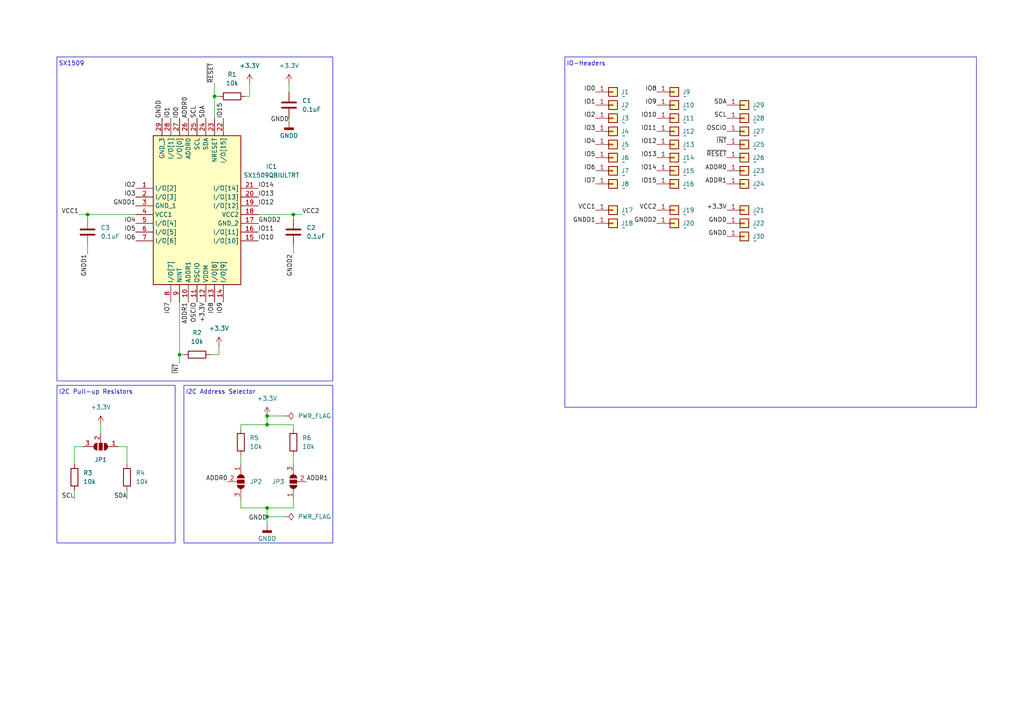
<source format=kicad_sch>
(kicad_sch (version 20231120) (generator "eeschema") (generator_version "8.0")
  (paper "A4")
  (lib_symbols
    (symbol "Connector_Generic:Conn_01x01" (pin_names (offset 1.016) hide)
      (property "Reference" "J" (at 0 2.54 0))
      (property "Value" "Conn_01x01" (at 0 -2.54 0))
      (symbol "Conn_01x01_1_1"
        (rectangle (start -1.27 0.127) (end 0 -0.127) (stroke (width 0.1524)))
        (rectangle (start -1.27 1.27) (end 1.27 -1.27) (stroke (width 0.254)) (fill (type background)))
        (pin passive line (at -5.08 0 0) (length 3.81) (name "Pin_1") (number "1"))
      )
    )
    (symbol "Device:C" (pin_numbers hide) (pin_names (offset 0.254))
      (property "Reference" "C" (at 0.635 2.54 0))
      (property "Value" "C" (at 0.635 -2.54 0))
      (symbol "C_0_1"
        (polyline (pts (xy -2.032 -0.762) (xy 2.032 -0.762)) (stroke (width 0.508)))
        (polyline (pts (xy -2.032 0.762) (xy 2.032 0.762)) (stroke (width 0.508)))
      )
      (symbol "C_1_1"
        (pin passive line (at 0 3.81 270) (length 2.794) (name "~") (number "1"))
        (pin passive line (at 0 -3.81 90) (length 2.794) (name "~") (number "2"))
      )
    )
    (symbol "Device:R" (pin_numbers hide) (pin_names (offset 0))
      (property "Reference" "R" (at 2.032 0 90))
      (property "Value" "R" (at 0 0 90))
      (symbol "R_0_1"
        (rectangle (start -1.016 -2.54) (end 1.016 2.54) (stroke (width 0.254)))
      )
      (symbol "R_1_1"
        (pin passive line (at 0 3.81 270) (length 1.27) (name "~") (number "1"))
        (pin passive line (at 0 -3.81 90) (length 1.27) (name "~") (number "2"))
      )
    )
    (symbol "Jumper:SolderJumper_3_Open" (pin_names (offset 0) hide) (exclude_from_sim yes) (in_bom no)
      (property "Reference" "JP" (at -2.54 -2.54 0))
      (property "Value" "SolderJumper_3_Open" (at 0 2.794 0))
      (symbol "SolderJumper_3_Open_0_1"
        (arc (start -1.016 1.016) (mid -2.0276 0) (end -1.016 -1.016))
        (arc (start -1.016 1.016) (mid -2.0276 0) (end -1.016 -1.016) (fill (type outline)))
        (rectangle (start -0.508 1.016) (end 0.508 -1.016) (fill (type outline)))
        (polyline (pts (xy -2.54 0) (xy -2.032 0)))
        (polyline (pts (xy -1.016 1.016) (xy -1.016 -1.016)))
        (polyline (pts (xy 0 -1.27) (xy 0 -1.016)))
        (polyline (pts (xy 1.016 1.016) (xy 1.016 -1.016)))
        (polyline (pts (xy 2.54 0) (xy 2.032 0)))
        (arc (start 1.016 -1.016) (mid 2.0276 0) (end 1.016 1.016))
        (arc (start 1.016 -1.016) (mid 2.0276 0) (end 1.016 1.016) (fill (type outline)))
      )
      (symbol "SolderJumper_3_Open_1_1"
        (pin passive line (at -5.08 0 0) (length 2.54) (name "A") (number "1"))
        (pin passive line (at 0 -3.81 90) (length 2.54) (name "C") (number "2"))
        (pin passive line (at 5.08 0 180) (length 2.54) (name "B") (number "3"))
      )
    )
    (symbol "SX1509QBIULTRT:SX1509QBIULTRT"
      (property "Reference" "IC" (at 31.75 20.32 0))
      (property "Value" "SX1509QBIULTRT" (at 31.75 17.78 0))
      (symbol "SX1509QBIULTRT_1_1"
        (rectangle (start 5.08 15.24) (end 30.48 -27.94) (stroke (width 0.254)) (fill (type background)))
        (pin passive line (at 0 0 0) (length 5.08) (name "I/O[2]") (number "1"))
        (pin passive line (at 15.24 -33.02 90) (length 5.08) (name "ADDR1") (number "10"))
        (pin passive line (at 17.78 -33.02 90) (length 5.08) (name "OSCIO") (number "11"))
        (pin passive line (at 20.32 -33.02 90) (length 5.08) (name "VDDM") (number "12"))
        (pin passive line (at 22.86 -33.02 90) (length 5.08) (name "I/O[8]") (number "13"))
        (pin passive line (at 25.4 -33.02 90) (length 5.08) (name "I/O[9]") (number "14"))
        (pin passive line (at 35.56 -15.24 180) (length 5.08) (name "I/O[10]") (number "15"))
        (pin passive line (at 35.56 -12.7 180) (length 5.08) (name "I/O[11]") (number "16"))
        (pin passive line (at 35.56 -10.16 180) (length 5.08) (name "GND_2") (number "17"))
        (pin passive line (at 35.56 -7.62 180) (length 5.08) (name "VCC2") (number "18"))
        (pin passive line (at 35.56 -5.08 180) (length 5.08) (name "I/O[12]") (number "19"))
        (pin passive line (at 0 -2.54 0) (length 5.08) (name "I/O[3]") (number "2"))
        (pin passive line (at 35.56 -2.54 180) (length 5.08) (name "I/O[13]") (number "20"))
        (pin passive line (at 35.56 0 180) (length 5.08) (name "I/O[14]") (number "21"))
        (pin passive line (at 25.4 20.32 270) (length 5.08) (name "I/O[15]") (number "22"))
        (pin passive line (at 22.86 20.32 270) (length 5.08) (name "NRESET") (number "23"))
        (pin passive line (at 20.32 20.32 270) (length 5.08) (name "SDA") (number "24"))
        (pin passive line (at 17.78 20.32 270) (length 5.08) (name "SCL") (number "25"))
        (pin passive line (at 15.24 20.32 270) (length 5.08) (name "ADDR0") (number "26"))
        (pin passive line (at 12.7 20.32 270) (length 5.08) (name "I/O[0]") (number "27"))
        (pin passive line (at 10.16 20.32 270) (length 5.08) (name "I/O[1]") (number "28"))
        (pin passive line (at 7.62 20.32 270) (length 5.08) (name "GND_3") (number "29"))
        (pin passive line (at 0 -5.08 0) (length 5.08) (name "GND_1") (number "3"))
        (pin passive line (at 0 -7.62 0) (length 5.08) (name "VCC1") (number "4"))
        (pin passive line (at 0 -10.16 0) (length 5.08) (name "I/O[4]") (number "5"))
        (pin passive line (at 0 -12.7 0) (length 5.08) (name "I/O[5]") (number "6"))
        (pin passive line (at 0 -15.24 0) (length 5.08) (name "I/O[6]") (number "7"))
        (pin passive line (at 10.16 -33.02 90) (length 5.08) (name "I/O[7]") (number "8"))
        (pin passive line (at 12.7 -33.02 90) (length 5.08) (name "NINT") (number "9"))
      )
    )
    (symbol "power:+3.3V" (power) (pin_numbers hide) (pin_names (offset 0) hide)
      (property "Value" "+3.3V" (at 0 3.556 0))
      (symbol "+3.3V_0_1"
        (polyline (pts (xy -0.762 1.27) (xy 0 2.54)))
        (polyline (pts (xy 0 0) (xy 0 2.54)))
        (polyline (pts (xy 0 2.54) (xy 0.762 1.27)))
      )
      (symbol "+3.3V_1_1"
        (pin power_in line (at 0 0 90) (length 0) (name "~") (number "1"))
      )
    )
    (symbol "power:GNDD" (power) (pin_numbers hide) (pin_names (offset 0) hide)
      (property "Value" "GNDD" (at 0 -3.175 0))
      (symbol "GNDD_0_1"
        (rectangle (start -1.27 -1.524) (end 1.27 -2.032) (stroke (width 0.254)) (fill (type outline)))
        (polyline (pts (xy 0 0) (xy 0 -1.524)))
      )
      (symbol "GNDD_1_1"
        (pin power_in line (at 0 0 270) (length 0) (name "~") (number "1"))
      )
    )
    (symbol "power:PWR_FLAG" (power) (pin_numbers hide) (pin_names (offset 0) hide)
      (property "Value" "PWR_FLAG" (at 0 3.81 0))
      (symbol "PWR_FLAG_0_0"
        (pin power_out line (at 0 0 90) (length 0) (name "~") (number "1"))
      )
      (symbol "PWR_FLAG_0_1"
        (polyline (pts (xy 0 0) (xy 0 1.27) (xy -1.016 1.905) (xy 0 2.54) (xy 1.016 1.905) (xy 0 1.27)))
      )
    )
  )
  (junction (at 25.4 62.23))
  (junction (at 52.07 102.87))
  (junction (at 77.47 147.32))
  (junction (at 85.09 62.23))
  (junction (at 77.47 120.65))
  (junction (at 77.47 123.19))
  (junction (at 77.47 149.86))
  (junction (at 62.23 27.94))
  (wire (pts (xy 87.63 62.23) (xy 85.09 62.23)))
  (wire (pts (xy 77.47 149.86) (xy 82.55 149.86)))
  (wire (pts (xy 77.47 120.65) (xy 77.47 123.19)))
  (wire (pts (xy 69.85 124.46) (xy 69.85 123.19)))
  (wire (pts (xy 52.07 105.41) (xy 52.07 102.87)))
  (wire (pts (xy 34.29 129.54) (xy 36.83 129.54)))
  (wire (pts (xy 85.09 71.12) (xy 85.09 73.66)))
  (wire (pts (xy 83.82 24.13) (xy 83.82 26.67)))
  (wire (pts (xy 85.09 62.23) (xy 85.09 63.5)))
  (wire (pts (xy 85.09 147.32) (xy 85.09 144.78)))
  (wire (pts (xy 71.12 27.94) (xy 72.39 27.94)))
  (wire (pts (xy 77.47 152.4) (xy 77.47 149.86)))
  (wire (pts (xy 85.09 124.46) (xy 85.09 123.19)))
  (wire (pts (xy 63.5 102.87) (xy 60.96 102.87)))
  (wire (pts (xy 77.47 120.65) (xy 82.55 120.65)))
  (wire (pts (xy 25.4 62.23) (xy 25.4 63.5)))
  (wire (pts (xy 21.59 129.54) (xy 24.13 129.54)))
  (wire (pts (xy 22.86 62.23) (xy 25.4 62.23)))
  (wire (pts (xy 21.59 142.24) (xy 21.59 144.78)))
  (wire (pts (xy 36.83 142.24) (xy 36.83 144.78)))
  (wire (pts (xy 85.09 132.08) (xy 85.09 134.62)))
  (wire (pts (xy 25.4 71.12) (xy 25.4 73.66)))
  (wire (pts (xy 69.85 123.19) (xy 77.47 123.19)))
  (wire (pts (xy 77.47 149.86) (xy 77.47 147.32)))
  (wire (pts (xy 77.47 123.19) (xy 85.09 123.19)))
  (wire (pts (xy 69.85 144.78) (xy 69.85 147.32)))
  (wire (pts (xy 62.23 27.94) (xy 62.23 34.29)))
  (wire (pts (xy 25.4 62.23) (xy 39.37 62.23)))
  (wire (pts (xy 52.07 102.87) (xy 53.34 102.87)))
  (wire (pts (xy 69.85 147.32) (xy 77.47 147.32)))
  (wire (pts (xy 77.47 147.32) (xy 85.09 147.32)))
  (wire (pts (xy 62.23 24.13) (xy 62.23 27.94)))
  (wire (pts (xy 83.82 34.29) (xy 83.82 35.56)))
  (wire (pts (xy 63.5 102.87) (xy 63.5 100.33)))
  (wire (pts (xy 62.23 27.94) (xy 63.5 27.94)))
  (wire (pts (xy 36.83 129.54) (xy 36.83 134.62)))
  (wire (pts (xy 29.21 123.19) (xy 29.21 125.73)))
  (wire (pts (xy 85.09 62.23) (xy 74.93 62.23)))
  (wire (pts (xy 52.07 102.87) (xy 52.07 87.63)))
  (wire (pts (xy 69.85 132.08) (xy 69.85 134.62)))
  (wire (pts (xy 21.59 134.62) (xy 21.59 129.54)))
  (wire (pts (xy 72.39 24.13) (xy 72.39 27.94)))
  (rectangle (start 163.83 16.51) (end 283.21 118.11))
  (rectangle (start 16.51 16.51) (end 96.52 110.49))
  (rectangle (start 16.51 111.76) (end 50.8 157.48))
  (rectangle (start 53.34 111.76) (end 96.52 157.48))
  (text "IO-Headers" (at 164.338 18.542 0) (effects (font (size 1.27 1.27)) (justify left)))
  (text "I2C Address Selector" (at 53.848 113.792 0) (effects (font (size 1.27 1.27)) (justify left)))
  (text "I2C Pull-up Resistors" (at 17.018 113.792 0) (effects (font (size 1.27 1.27)) (justify left)))
  (text "SX1509" (at 17.018 18.542 0) (effects (font (size 1.27 1.27)) (justify left)))
  (label "OSCIO" (at 210.82 38.1 180))
  (label "ADDR0" (at 66.04 139.7 180))
  (label "IO2" (at 172.72 34.29 180))
  (label "ADDR0" (at 54.61 34.29 90))
  (label "SDA" (at 59.69 34.29 90))
  (label "GNDD2" (at 85.09 73.66 270))
  (label "ADDR0" (at 210.82 49.53 180))
  (label "IO1" (at 172.72 30.48 180))
  (label "IO12" (at 74.93 59.69 0))
  (label "VCC2" (at 87.63 62.23 0))
  (label "IO9" (at 64.77 87.63 270))
  (label "IO0" (at 52.07 34.29 90))
  (label "IO2" (at 39.37 54.61 180))
  (label "IO10" (at 74.93 69.85 0))
  (label "VCC1" (at 172.72 60.96 180))
  (label "ADDR1" (at 54.61 87.63 270))
  (label "IO14" (at 190.5 49.53 180))
  (label "GNDD" (at 46.99 34.29 90))
  (label "~{INT}" (at 52.07 105.41 270))
  (label "+3.3V" (at 210.82 60.96 180))
  (label "GNDD1" (at 25.4 73.66 270))
  (label "IO6" (at 172.72 49.53 180))
  (label "OSCIO" (at 57.15 87.63 270))
  (label "IO1" (at 49.53 34.29 90))
  (label "IO3" (at 39.37 57.15 180))
  (label "IO4" (at 172.72 41.91 180))
  (label "ADDR1" (at 210.82 53.34 180))
  (label "IO10" (at 190.5 34.29 180))
  (label "IO8" (at 62.23 87.63 270))
  (label "GNDD" (at 210.82 64.77 180))
  (label "SCL" (at 210.82 34.29 180))
  (label "IO15" (at 190.5 53.34 180))
  (label "GNDD1" (at 39.37 59.69 180))
  (label "IO14" (at 74.93 54.61 0))
  (label "GNDD2" (at 190.5 64.77 180))
  (label "IO3" (at 172.72 38.1 180))
  (label "~{RESET}" (at 210.82 45.72 180))
  (label "IO8" (at 190.5 26.67 180))
  (label "GNDD2" (at 74.93 64.77 0))
  (label "IO11" (at 190.5 38.1 180))
  (label "IO5" (at 39.37 67.31 180))
  (label "IO12" (at 190.5 41.91 180))
  (label "SCL" (at 21.59 144.78 180))
  (label "SCL" (at 57.15 34.29 90))
  (label "IO5" (at 172.72 45.72 180))
  (label "SDA" (at 210.82 30.48 180))
  (label "+3.3V" (at 59.69 87.63 270))
  (label "GNDD" (at 83.82 35.56 180))
  (label "GNDD" (at 210.82 68.58 180))
  (label "IO6" (at 39.37 69.85 180))
  (label "~{INT}" (at 210.82 41.91 180))
  (label "IO7" (at 49.53 87.63 270))
  (label "IO4" (at 39.37 64.77 180))
  (label "IO0" (at 172.72 26.67 180))
  (label "GNDD" (at 77.47 151.13 180))
  (label "GNDD1" (at 172.72 64.77 180))
  (label "IO13" (at 190.5 45.72 180))
  (label "IO13" (at 74.93 57.15 0))
  (label "IO15" (at 64.77 34.29 90))
  (label "VCC1" (at 22.86 62.23 180))
  (label "IO7" (at 172.72 53.34 180))
  (label "IO11" (at 74.93 67.31 0))
  (label "VCC2" (at 190.5 60.96 180))
  (label "IO9" (at 190.5 30.48 180))
  (label "ADDR1" (at 88.9 139.7 0))
  (label "~{RESET}" (at 62.23 24.13 90))
  (label "SDA" (at 36.83 144.78 180))
  (symbol (lib_id "SX1509QBIULTRT:SX1509QBIULTRT") (at 39.37 54.61 0) (unit 1)
    (property "Reference" "IC1" (at 78.74 48.2914 0))
    (property "Value" "SX1509QBIULTRT" (at 78.74 50.8314 0))
    (property "Footprint" "library:QFN40P400X400X60-29N-D" (effects (hide yes)))
    (property "Datasheet" "https://media.digikey.com/pdf/Data%20Sheets/Semtech%20PDFs/SX1508_09QB.pdf" (effects (hide yes)))
    (property "Description" "Voltage Level Shifting GPIO with LED Driver 28-Pin QFN-UT EP T/R" (effects (hide yes)))
    (property "Height" "0.6" (effects (hide yes)))
    (property "Mouser Part Number" "947-SX1509QBIULTRT" (effects (hide yes)))
    (property "Mouser Price/Stock" "https://www.mouser.co.uk/ProductDetail/Semtech/SX1509QBIULTRT?qs=rBWM4%252BvDhIf3%2FilU3NIYqw%3D%3D" (effects (hide yes)))
    (property "Manufacturer_Name" "SEMTECH" (effects (hide yes)))
    (property "Manufacturer_Part_Number" "SX1509QBIULTRT" (effects (hide yes)))
  )
  (symbol (lib_id "Connector_Generic:Conn_01x01") (at 177.8 45.72 0) (unit 1)
    (property "Reference" "J6" (at 180.086 45.72 0) (effects (justify left)))
    (property "Value" "~" (at 180.34 46.9899 0) (effects (justify left)))
    (property "Footprint" "Castellated_Holes:Castellated_Hole02" (effects (hide yes)))
    (property "Description" "Generic connector, single row, 01x01, script generated (kicad-library-utils/schlib/autogen/connector/)" (effects (hide yes)))
  )
  (symbol (lib_id "Connector_Generic:Conn_01x01") (at 215.9 60.96 0) (unit 1)
    (property "Reference" "J21" (at 218.186 60.96 0) (effects (justify left)))
    (property "Value" "~" (at 218.44 62.2299 0) (effects (justify left)))
    (property "Footprint" "Castellated_Holes:Castellated_Hole02" (effects (hide yes)))
    (property "Description" "Generic connector, single row, 01x01, script generated (kicad-library-utils/schlib/autogen/connector/)" (effects (hide yes)))
  )
  (symbol (lib_id "Connector_Generic:Conn_01x01") (at 215.9 41.91 0) (unit 1)
    (property "Reference" "J25" (at 218.186 41.91 0) (effects (justify left)))
    (property "Value" "~" (at 218.44 43.1799 0) (effects (justify left)))
    (property "Footprint" "Castellated_Holes:Castellated_Hole02" (effects (hide yes)))
    (property "Description" "Generic connector, single row, 01x01, script generated (kicad-library-utils/schlib/autogen/connector/)" (effects (hide yes)))
  )
  (symbol (lib_id "Connector_Generic:Conn_01x01") (at 177.8 26.67 0) (unit 1)
    (property "Reference" "J1" (at 180.086 26.67 0) (effects (justify left)))
    (property "Value" "~" (at 180.34 27.9399 0) (effects (justify left)))
    (property "Footprint" "Castellated_Holes:Castellated_Hole02" (effects (hide yes)))
    (property "Description" "Generic connector, single row, 01x01, script generated (kicad-library-utils/schlib/autogen/connector/)" (effects (hide yes)))
  )
  (symbol (lib_id "Connector_Generic:Conn_01x01") (at 177.8 60.96 0) (unit 1)
    (property "Reference" "J17" (at 180.086 60.96 0) (effects (justify left)))
    (property "Value" "~" (at 180.34 62.2299 0) (effects (justify left)))
    (property "Footprint" "Castellated_Holes:Castellated_Hole02" (effects (hide yes)))
    (property "Description" "Generic connector, single row, 01x01, script generated (kicad-library-utils/schlib/autogen/connector/)" (effects (hide yes)))
  )
  (symbol (lib_id "power:GNDD") (at 77.47 152.4 0) (unit 1)
    (property "Reference" "#PWR07" (effects (hide yes)))
    (property "Value" "GNDD" (at 77.47 156.21 0))
    (property "Description" "Power symbol creates a global label with name \"GNDD\" , digital ground" (effects (hide yes)))
  )
  (symbol (lib_id "Device:R") (at 36.83 138.43 180) (unit 1)
    (property "Reference" "R4" (at 39.37 137.1599 0) (effects (justify right)))
    (property "Value" "10k" (at 39.37 139.6999 0) (effects (justify right)))
    (property "Footprint" "Resistor_SMD:R_0402_1005Metric_Pad0.72x0.64mm_HandSolder" (effects (hide yes)))
    (property "Description" "Resistor" (effects (hide yes)))
  )
  (symbol (lib_id "Connector_Generic:Conn_01x01") (at 195.58 49.53 0) (unit 1)
    (property "Reference" "J15" (at 197.866 49.53 0) (effects (justify left)))
    (property "Value" "~" (at 198.12 50.7999 0) (effects (justify left)))
    (property "Footprint" "Castellated_Holes:Castellated_Hole02" (effects (hide yes)))
    (property "Description" "Generic connector, single row, 01x01, script generated (kicad-library-utils/schlib/autogen/connector/)" (effects (hide yes)))
  )
  (symbol (lib_id "power:PWR_FLAG") (at 82.55 120.65 270) (unit 1)
    (property "Reference" "#FLG01" (effects (hide yes)))
    (property "Value" "PWR_FLAG" (at 86.36 120.6499 90) (effects (justify left)))
    (property "Description" "Special symbol for telling ERC where power comes from" (effects (hide yes)))
  )
  (symbol (lib_id "Connector_Generic:Conn_01x01") (at 215.9 34.29 0) (unit 1)
    (property "Reference" "J28" (at 218.186 34.29 0) (effects (justify left)))
    (property "Value" "~" (at 218.44 35.5599 0) (effects (justify left)))
    (property "Footprint" "Castellated_Holes:Castellated_Hole02" (effects (hide yes)))
    (property "Description" "Generic connector, single row, 01x01, script generated (kicad-library-utils/schlib/autogen/connector/)" (effects (hide yes)))
  )
  (symbol (lib_id "Connector_Generic:Conn_01x01") (at 177.8 49.53 0) (unit 1)
    (property "Reference" "J7" (at 180.086 49.53 0) (effects (justify left)))
    (property "Value" "~" (at 180.34 50.7999 0) (effects (justify left)))
    (property "Footprint" "Castellated_Holes:Castellated_Hole02" (effects (hide yes)))
    (property "Description" "Generic connector, single row, 01x01, script generated (kicad-library-utils/schlib/autogen/connector/)" (effects (hide yes)))
  )
  (symbol (lib_id "Jumper:SolderJumper_3_Open") (at 85.09 139.7 90) (unit 1) (exclude_from_sim yes) (in_bom no)
    (property "Reference" "JP3" (at 82.55 139.6999 90) (effects (justify left)))
    (property "Value" "SolderJumper_3_Open" (effects (hide yes)))
    (property "Footprint" "Jumper:SolderJumper-3_P1.3mm_Open_RoundedPad1.0x1.5mm " (effects (hide yes)))
    (property "Description" "Solder Jumper, 3-pole, open" (effects (hide yes)))
  )
  (symbol (lib_id "Connector_Generic:Conn_01x01") (at 177.8 30.48 0) (unit 1)
    (property "Reference" "J2" (at 180.086 30.48 0) (effects (justify left)))
    (property "Value" "~" (at 180.34 31.7499 0) (effects (justify left)))
    (property "Footprint" "Castellated_Holes:Castellated_Hole02" (effects (hide yes)))
    (property "Description" "Generic connector, single row, 01x01, script generated (kicad-library-utils/schlib/autogen/connector/)" (effects (hide yes)))
  )
  (symbol (lib_id "Connector_Generic:Conn_01x01") (at 177.8 53.34 0) (unit 1)
    (property "Reference" "J8" (at 180.086 53.34 0) (effects (justify left)))
    (property "Value" "~" (at 180.34 54.6099 0) (effects (justify left)))
    (property "Footprint" "Castellated_Holes:Castellated_Hole02" (effects (hide yes)))
    (property "Description" "Generic connector, single row, 01x01, script generated (kicad-library-utils/schlib/autogen/connector/)" (effects (hide yes)))
  )
  (symbol (lib_id "Jumper:SolderJumper_3_Open") (at 29.21 129.54 180) (unit 1) (exclude_from_sim yes) (in_bom no)
    (property "Reference" "JP1" (at 29.21 133.35 0))
    (property "Value" "SolderJumper_3_Open" (effects (hide yes)))
    (property "Footprint" "Jumper:SolderJumper-3_P1.3mm_Open_RoundedPad1.0x1.5mm " (effects (hide yes)))
    (property "Description" "Solder Jumper, 3-pole, open" (effects (hide yes)))
  )
  (symbol (lib_id "Device:R") (at 69.85 128.27 180) (unit 1)
    (property "Reference" "R5" (at 72.39 126.9999 0) (effects (justify right)))
    (property "Value" "10k" (at 72.39 129.5399 0) (effects (justify right)))
    (property "Footprint" "Resistor_SMD:R_0402_1005Metric_Pad0.72x0.64mm_HandSolder" (effects (hide yes)))
    (property "Description" "Resistor" (effects (hide yes)))
  )
  (symbol (lib_id "Connector_Generic:Conn_01x01") (at 215.9 38.1 0) (unit 1)
    (property "Reference" "J27" (at 218.186 38.1 0) (effects (justify left)))
    (property "Value" "~" (at 218.44 39.3699 0) (effects (justify left)))
    (property "Footprint" "Castellated_Holes:Castellated_Hole02" (effects (hide yes)))
    (property "Description" "Generic connector, single row, 01x01, script generated (kicad-library-utils/schlib/autogen/connector/)" (effects (hide yes)))
  )
  (symbol (lib_id "power:+3.3V") (at 29.21 123.19 0) (unit 1)
    (property "Reference" "#PWR05" (effects (hide yes)))
    (property "Value" "+3.3V" (at 29.21 118.11 0))
    (property "Description" "Power symbol creates a global label with name \"+3.3V\"" (effects (hide yes)))
  )
  (symbol (lib_id "Device:C") (at 83.82 30.48 0) (unit 1)
    (property "Reference" "C1" (at 87.63 29.2099 0) (effects (justify left)))
    (property "Value" "0.1uF" (at 87.63 31.7499 0) (effects (justify left)))
    (property "Footprint" "Capacitor_SMD:C_0402_1005Metric_Pad0.74x0.62mm_HandSolder" (effects (hide yes)))
    (property "Description" "Unpolarized capacitor" (effects (hide yes)))
  )
  (symbol (lib_id "Device:C") (at 25.4 67.31 0) (unit 1)
    (property "Reference" "C3" (at 29.21 66.0399 0) (effects (justify left)))
    (property "Value" "0.1uF" (at 29.21 68.5799 0) (effects (justify left)))
    (property "Footprint" "Capacitor_SMD:C_0402_1005Metric_Pad0.74x0.62mm_HandSolder" (effects (hide yes)))
    (property "Description" "Unpolarized capacitor" (effects (hide yes)))
  )
  (symbol (lib_id "Connector_Generic:Conn_01x01") (at 177.8 41.91 0) (unit 1)
    (property "Reference" "J5" (at 180.086 41.91 0) (effects (justify left)))
    (property "Value" "~" (at 180.34 43.1799 0) (effects (justify left)))
    (property "Footprint" "Castellated_Holes:Castellated_Hole02" (effects (hide yes)))
    (property "Description" "Generic connector, single row, 01x01, script generated (kicad-library-utils/schlib/autogen/connector/)" (effects (hide yes)))
  )
  (symbol (lib_id "Connector_Generic:Conn_01x01") (at 177.8 38.1 0) (unit 1)
    (property "Reference" "J4" (at 180.086 38.1 0) (effects (justify left)))
    (property "Value" "~" (at 180.34 39.3699 0) (effects (justify left)))
    (property "Footprint" "Castellated_Holes:Castellated_Hole02" (effects (hide yes)))
    (property "Description" "Generic connector, single row, 01x01, script generated (kicad-library-utils/schlib/autogen/connector/)" (effects (hide yes)))
  )
  (symbol (lib_id "Connector_Generic:Conn_01x01") (at 195.58 64.77 0) (unit 1)
    (property "Reference" "J20" (at 197.866 64.77 0) (effects (justify left)))
    (property "Value" "~" (at 198.12 66.0399 0) (effects (justify left)))
    (property "Footprint" "Castellated_Holes:Castellated_Hole02" (effects (hide yes)))
    (property "Description" "Generic connector, single row, 01x01, script generated (kicad-library-utils/schlib/autogen/connector/)" (effects (hide yes)))
  )
  (symbol (lib_id "Device:R") (at 57.15 102.87 90) (unit 1)
    (property "Reference" "R2" (at 57.15 96.52 90))
    (property "Value" "10k" (at 57.15 99.06 90))
    (property "Footprint" "Resistor_SMD:R_0402_1005Metric_Pad0.72x0.64mm_HandSolder" (effects (hide yes)))
    (property "Description" "Resistor" (effects (hide yes)))
  )
  (symbol (lib_id "Connector_Generic:Conn_01x01") (at 215.9 30.48 0) (unit 1)
    (property "Reference" "J29" (at 218.186 30.48 0) (effects (justify left)))
    (property "Value" "~" (at 218.44 31.7499 0) (effects (justify left)))
    (property "Footprint" "Castellated_Holes:Castellated_Hole02" (effects (hide yes)))
    (property "Description" "Generic connector, single row, 01x01, script generated (kicad-library-utils/schlib/autogen/connector/)" (effects (hide yes)))
  )
  (symbol (lib_id "power:GNDD") (at 83.82 35.56 0) (unit 1)
    (property "Reference" "#PWR01" (effects (hide yes)))
    (property "Value" "GNDD" (at 83.82 39.37 0))
    (property "Description" "Power symbol creates a global label with name \"GNDD\" , digital ground" (effects (hide yes)))
  )
  (symbol (lib_id "power:+3.3V") (at 77.47 120.65 0) (unit 1)
    (property "Reference" "#PWR06" (effects (hide yes)))
    (property "Value" "+3.3V" (at 77.47 115.57 0))
    (property "Description" "Power symbol creates a global label with name \"+3.3V\"" (effects (hide yes)))
  )
  (symbol (lib_id "Connector_Generic:Conn_01x01") (at 195.58 34.29 0) (unit 1)
    (property "Reference" "J11" (at 197.866 34.29 0) (effects (justify left)))
    (property "Value" "~" (at 198.12 35.5599 0) (effects (justify left)))
    (property "Footprint" "Castellated_Holes:Castellated_Hole02" (effects (hide yes)))
    (property "Description" "Generic connector, single row, 01x01, script generated (kicad-library-utils/schlib/autogen/connector/)" (effects (hide yes)))
  )
  (symbol (lib_id "power:+3.3V") (at 63.5 100.33 0) (unit 1)
    (property "Reference" "#PWR04" (effects (hide yes)))
    (property "Value" "+3.3V" (at 63.5 95.25 0))
    (property "Description" "Power symbol creates a global label with name \"+3.3V\"" (effects (hide yes)))
  )
  (symbol (lib_id "Jumper:SolderJumper_3_Open") (at 69.85 139.7 270) (unit 1) (exclude_from_sim yes) (in_bom no)
    (property "Reference" "JP2" (at 72.39 139.6999 90) (effects (justify left)))
    (property "Value" "SolderJumper_3_Open" (effects (hide yes)))
    (property "Footprint" "Jumper:SolderJumper-3_P1.3mm_Open_RoundedPad1.0x1.5mm " (effects (hide yes)))
    (property "Description" "Solder Jumper, 3-pole, open" (effects (hide yes)))
  )
  (symbol (lib_id "Connector_Generic:Conn_01x01") (at 195.58 26.67 0) (unit 1)
    (property "Reference" "J9" (at 197.866 26.67 0) (effects (justify left)))
    (property "Value" "~" (at 198.12 27.9399 0) (effects (justify left)))
    (property "Footprint" "Castellated_Holes:Castellated_Hole02" (effects (hide yes)))
    (property "Description" "Generic connector, single row, 01x01, script generated (kicad-library-utils/schlib/autogen/connector/)" (effects (hide yes)))
  )
  (symbol (lib_id "Connector_Generic:Conn_01x01") (at 215.9 45.72 0) (unit 1)
    (property "Reference" "J26" (at 218.186 45.72 0) (effects (justify left)))
    (property "Value" "~" (at 218.44 46.9899 0) (effects (justify left)))
    (property "Footprint" "Castellated_Holes:Castellated_Hole02" (effects (hide yes)))
    (property "Description" "Generic connector, single row, 01x01, script generated (kicad-library-utils/schlib/autogen/connector/)" (effects (hide yes)))
  )
  (symbol (lib_id "Connector_Generic:Conn_01x01") (at 195.58 53.34 0) (unit 1)
    (property "Reference" "J16" (at 197.866 53.34 0) (effects (justify left)))
    (property "Value" "~" (at 198.12 54.6099 0) (effects (justify left)))
    (property "Footprint" "Castellated_Holes:Castellated_Hole02" (effects (hide yes)))
    (property "Description" "Generic connector, single row, 01x01, script generated (kicad-library-utils/schlib/autogen/connector/)" (effects (hide yes)))
  )
  (symbol (lib_id "Device:C") (at 85.09 67.31 0) (unit 1)
    (property "Reference" "C2" (at 88.9 66.0399 0) (effects (justify left)))
    (property "Value" "0.1uF" (at 88.9 68.5799 0) (effects (justify left)))
    (property "Footprint" "Capacitor_SMD:C_0402_1005Metric_Pad0.74x0.62mm_HandSolder" (effects (hide yes)))
    (property "Description" "Unpolarized capacitor" (effects (hide yes)))
  )
  (symbol (lib_id "power:+3.3V") (at 83.82 24.13 0) (unit 1)
    (property "Reference" "#PWR02" (effects (hide yes)))
    (property "Value" "+3.3V" (at 83.82 19.05 0))
    (property "Description" "Power symbol creates a global label with name \"+3.3V\"" (effects (hide yes)))
  )
  (symbol (lib_id "Connector_Generic:Conn_01x01") (at 195.58 41.91 0) (unit 1)
    (property "Reference" "J13" (at 197.866 41.91 0) (effects (justify left)))
    (property "Value" "~" (at 198.12 43.1799 0) (effects (justify left)))
    (property "Footprint" "Castellated_Holes:Castellated_Hole02" (effects (hide yes)))
    (property "Description" "Generic connector, single row, 01x01, script generated (kicad-library-utils/schlib/autogen/connector/)" (effects (hide yes)))
  )
  (symbol (lib_id "Connector_Generic:Conn_01x01") (at 215.9 53.34 0) (unit 1)
    (property "Reference" "J24" (at 218.186 53.34 0) (effects (justify left)))
    (property "Value" "~" (at 218.44 54.6099 0) (effects (justify left)))
    (property "Footprint" "Castellated_Holes:Castellated_Hole02" (effects (hide yes)))
    (property "Description" "Generic connector, single row, 01x01, script generated (kicad-library-utils/schlib/autogen/connector/)" (effects (hide yes)))
  )
  (symbol (lib_id "power:PWR_FLAG") (at 82.55 149.86 270) (unit 1)
    (property "Reference" "#FLG02" (effects (hide yes)))
    (property "Value" "PWR_FLAG" (at 86.36 149.8599 90) (effects (justify left)))
    (property "Description" "Special symbol for telling ERC where power comes from" (effects (hide yes)))
  )
  (symbol (lib_id "Device:R") (at 67.31 27.94 90) (unit 1)
    (property "Reference" "R1" (at 67.31 21.59 90))
    (property "Value" "10k" (at 67.31 24.13 90))
    (property "Footprint" "Resistor_SMD:R_0402_1005Metric_Pad0.72x0.64mm_HandSolder" (effects (hide yes)))
    (property "Description" "Resistor" (effects (hide yes)))
  )
  (symbol (lib_id "Connector_Generic:Conn_01x01") (at 215.9 64.77 0) (unit 1)
    (property "Reference" "J22" (at 218.186 64.77 0) (effects (justify left)))
    (property "Value" "~" (at 218.44 66.0399 0) (effects (justify left)))
    (property "Footprint" "Castellated_Holes:Castellated_Hole02" (effects (hide yes)))
    (property "Description" "Generic connector, single row, 01x01, script generated (kicad-library-utils/schlib/autogen/connector/)" (effects (hide yes)))
  )
  (symbol (lib_id "Connector_Generic:Conn_01x01") (at 215.9 68.58 0) (unit 1)
    (property "Reference" "J30" (at 218.186 68.58 0) (effects (justify left)))
    (property "Value" "~" (at 218.44 69.8499 0) (effects (justify left)))
    (property "Footprint" "Castellated_Holes:Castellated_Hole02" (effects (hide yes)))
    (property "Description" "Generic connector, single row, 01x01, script generated (kicad-library-utils/schlib/autogen/connector/)" (effects (hide yes)))
  )
  (symbol (lib_id "Connector_Generic:Conn_01x01") (at 215.9 49.53 0) (unit 1)
    (property "Reference" "J23" (at 218.186 49.53 0) (effects (justify left)))
    (property "Value" "~" (at 218.44 50.7999 0) (effects (justify left)))
    (property "Footprint" "Castellated_Holes:Castellated_Hole02" (effects (hide yes)))
    (property "Description" "Generic connector, single row, 01x01, script generated (kicad-library-utils/schlib/autogen/connector/)" (effects (hide yes)))
  )
  (symbol (lib_id "Connector_Generic:Conn_01x01") (at 177.8 64.77 0) (unit 1)
    (property "Reference" "J18" (at 180.086 64.77 0) (effects (justify left)))
    (property "Value" "~" (at 180.34 66.0399 0) (effects (justify left)))
    (property "Footprint" "Castellated_Holes:Castellated_Hole02" (effects (hide yes)))
    (property "Description" "Generic connector, single row, 01x01, script generated (kicad-library-utils/schlib/autogen/connector/)" (effects (hide yes)))
  )
  (symbol (lib_id "Connector_Generic:Conn_01x01") (at 195.58 30.48 0) (unit 1)
    (property "Reference" "J10" (at 197.866 30.48 0) (effects (justify left)))
    (property "Value" "~" (at 198.12 31.7499 0) (effects (justify left)))
    (property "Footprint" "Castellated_Holes:Castellated_Hole02" (effects (hide yes)))
    (property "Description" "Generic connector, single row, 01x01, script generated (kicad-library-utils/schlib/autogen/connector/)" (effects (hide yes)))
  )
  (symbol (lib_id "Connector_Generic:Conn_01x01") (at 195.58 38.1 0) (unit 1)
    (property "Reference" "J12" (at 197.866 38.1 0) (effects (justify left)))
    (property "Value" "~" (at 198.12 39.3699 0) (effects (justify left)))
    (property "Footprint" "Castellated_Holes:Castellated_Hole02" (effects (hide yes)))
    (property "Description" "Generic connector, single row, 01x01, script generated (kicad-library-utils/schlib/autogen/connector/)" (effects (hide yes)))
  )
  (symbol (lib_id "Connector_Generic:Conn_01x01") (at 195.58 45.72 0) (unit 1)
    (property "Reference" "J14" (at 197.866 45.72 0) (effects (justify left)))
    (property "Value" "~" (at 198.12 46.9899 0) (effects (justify left)))
    (property "Footprint" "Castellated_Holes:Castellated_Hole02" (effects (hide yes)))
    (property "Description" "Generic connector, single row, 01x01, script generated (kicad-library-utils/schlib/autogen/connector/)" (effects (hide yes)))
  )
  (symbol (lib_id "power:+3.3V") (at 72.39 24.13 0) (unit 1)
    (property "Reference" "#PWR03" (effects (hide yes)))
    (property "Value" "+3.3V" (at 72.39 19.05 0))
    (property "Description" "Power symbol creates a global label with name \"+3.3V\"" (effects (hide yes)))
  )
  (symbol (lib_id "Device:R") (at 85.09 128.27 180) (unit 1)
    (property "Reference" "R6" (at 87.63 126.9999 0) (effects (justify right)))
    (property "Value" "10k" (at 87.63 129.5399 0) (effects (justify right)))
    (property "Footprint" "Resistor_SMD:R_0402_1005Metric_Pad0.72x0.64mm_HandSolder" (effects (hide yes)))
    (property "Description" "Resistor" (effects (hide yes)))
  )
  (symbol (lib_id "Connector_Generic:Conn_01x01") (at 195.58 60.96 0) (unit 1)
    (property "Reference" "J19" (at 197.866 60.96 0) (effects (justify left)))
    (property "Value" "~" (at 198.12 62.2299 0) (effects (justify left)))
    (property "Footprint" "Castellated_Holes:Castellated_Hole02" (effects (hide yes)))
    (property "Description" "Generic connector, single row, 01x01, script generated (kicad-library-utils/schlib/autogen/connector/)" (effects (hide yes)))
  )
  (symbol (lib_id "Device:R") (at 21.59 138.43 180) (unit 1)
    (property "Reference" "R3" (at 24.13 137.1599 0) (effects (justify right)))
    (property "Value" "10k" (at 24.13 139.6999 0) (effects (justify right)))
    (property "Footprint" "Resistor_SMD:R_0402_1005Metric_Pad0.72x0.64mm_HandSolder" (effects (hide yes)))
    (property "Description" "Resistor" (effects (hide yes)))
  )
  (symbol (lib_id "Connector_Generic:Conn_01x01") (at 177.8 34.29 0) (unit 1)
    (property "Reference" "J3" (at 180.086 34.29 0) (effects (justify left)))
    (property "Value" "~" (at 180.34 35.5599 0) (effects (justify left)))
    (property "Footprint" "Castellated_Holes:Castellated_Hole02" (effects (hide yes)))
    (property "Description" "Generic connector, single row, 01x01, script generated (kicad-library-utils/schlib/autogen/connector/)" (effects (hide yes)))
  )
)
</source>
